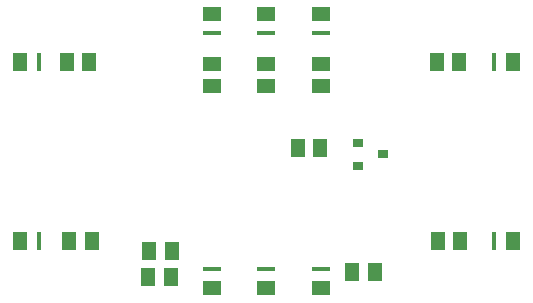
<source format=gtp>
G04 EAGLE Gerber X2 export*
G75*
%MOMM*%
%FSLAX34Y34*%
%LPD*%
%AMOC8*
5,1,8,0,0,1.08239X$1,22.5*%
G01*
%ADD10R,0.900000X0.800000*%
%ADD11R,1.300000X1.500000*%
%ADD12R,1.500000X1.300000*%
%ADD13R,1.600000X1.300000*%
%ADD14R,1.600000X0.400000*%
%ADD15R,1.300000X1.600000*%
%ADD16R,0.400000X1.600000*%


D10*
X303700Y182700D03*
X303700Y163700D03*
X324700Y173200D03*
D11*
X144900Y69760D03*
X125900Y69760D03*
X56900Y251750D03*
X75900Y251750D03*
X271600Y178300D03*
X252600Y178300D03*
X389700Y100000D03*
X370700Y100000D03*
X298500Y73700D03*
X317500Y73700D03*
X145480Y91720D03*
X126480Y91720D03*
D12*
X180000Y249840D03*
X180000Y230840D03*
X225875Y249840D03*
X225875Y230840D03*
X271750Y249840D03*
X271750Y230840D03*
D11*
X58900Y100000D03*
X77900Y100000D03*
X389100Y251750D03*
X370100Y251750D03*
D13*
X225875Y60000D03*
D14*
X225875Y76000D03*
D13*
X271750Y291750D03*
D14*
X271750Y275750D03*
D13*
X225875Y291750D03*
D14*
X225875Y275750D03*
D13*
X180000Y291750D03*
D14*
X180000Y275750D03*
D15*
X434250Y251750D03*
D16*
X418250Y251750D03*
D15*
X17500Y100000D03*
D16*
X33500Y100000D03*
D15*
X17500Y251750D03*
D16*
X33500Y251750D03*
D15*
X434250Y100000D03*
D16*
X418250Y100000D03*
D13*
X271750Y60000D03*
D14*
X271750Y76000D03*
D13*
X180000Y60000D03*
D14*
X180000Y76000D03*
M02*

</source>
